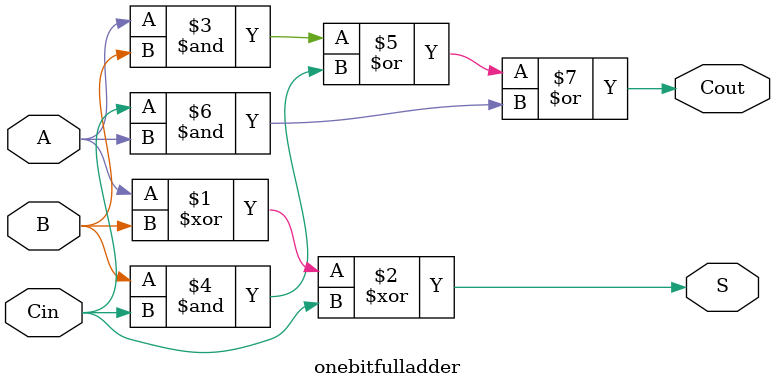
<source format=v>
`timescale 1ns / 1ps

module onebitfulladder(A,B,Cin,S,Cout);

input A,B,Cin;
output S,Cout;

assign S= A ^ B ^ Cin;
assign Cout= (A & B) | (B & Cin) | (Cin & A);


endmodule
</source>
